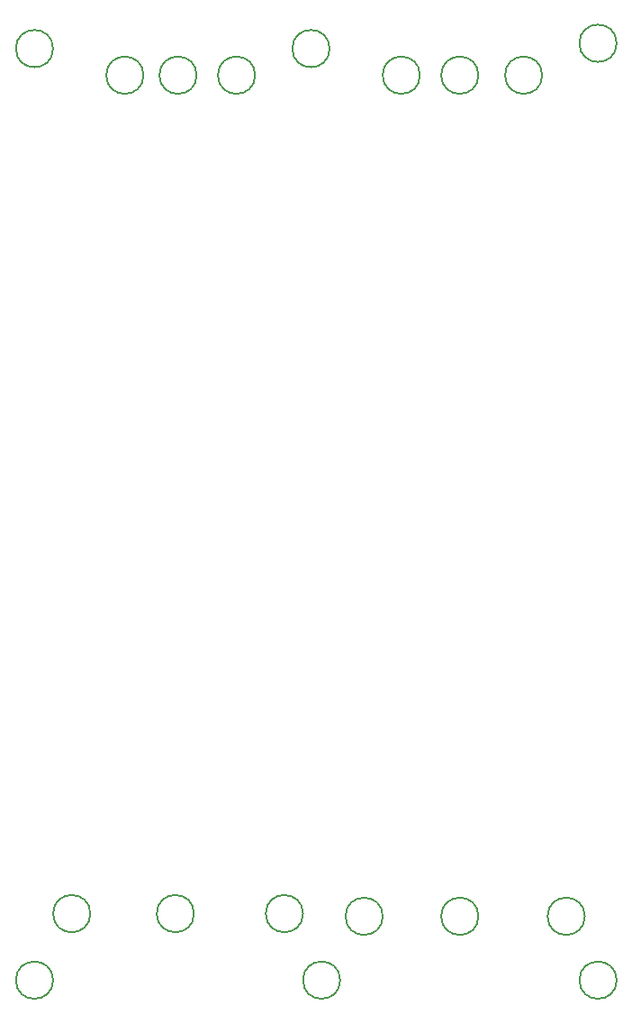
<source format=gbr>
%TF.GenerationSoftware,KiCad,Pcbnew,8.0.5-8.0.5-0~ubuntu24.04.1*%
%TF.CreationDate,2024-09-28T13:56:45+02:00*%
%TF.ProjectId,Highz-stereo,48696768-7a2d-4737-9465-72656f2e6b69,rev?*%
%TF.SameCoordinates,Original*%
%TF.FileFunction,Other,Comment*%
%FSLAX46Y46*%
G04 Gerber Fmt 4.6, Leading zero omitted, Abs format (unit mm)*
G04 Created by KiCad (PCBNEW 8.0.5-8.0.5-0~ubuntu24.04.1) date 2024-09-28 13:56:45*
%MOMM*%
%LPD*%
G01*
G04 APERTURE LIST*
%ADD10C,0.150000*%
G04 APERTURE END LIST*
D10*
%TO.C,J7*%
X44250000Y-125000000D02*
G75*
G02*
X40750000Y-125000000I-1750000J0D01*
G01*
X40750000Y-125000000D02*
G75*
G02*
X44250000Y-125000000I1750000J0D01*
G01*
%TO.C,J8*%
X70250000Y-37500000D02*
G75*
G02*
X66750000Y-37500000I-1750000J0D01*
G01*
X66750000Y-37500000D02*
G75*
G02*
X70250000Y-37500000I1750000J0D01*
G01*
%TO.C,J9*%
X44250000Y-37500000D02*
G75*
G02*
X40750000Y-37500000I-1750000J0D01*
G01*
X40750000Y-37500000D02*
G75*
G02*
X44250000Y-37500000I1750000J0D01*
G01*
%TO.C,J10*%
X71250000Y-125000000D02*
G75*
G02*
X67750000Y-125000000I-1750000J0D01*
G01*
X67750000Y-125000000D02*
G75*
G02*
X71250000Y-125000000I1750000J0D01*
G01*
%TO.C,J2*%
X67750000Y-118750000D02*
G75*
G02*
X64250000Y-118750000I-1750000J0D01*
G01*
X64250000Y-118750000D02*
G75*
G02*
X67750000Y-118750000I1750000J0D01*
G01*
%TO.C,J4*%
X57500000Y-118750000D02*
G75*
G02*
X54000000Y-118750000I-1750000J0D01*
G01*
X54000000Y-118750000D02*
G75*
G02*
X57500000Y-118750000I1750000J0D01*
G01*
%TO.C,J5*%
X47750000Y-118750000D02*
G75*
G02*
X44250000Y-118750000I-1750000J0D01*
G01*
X44250000Y-118750000D02*
G75*
G02*
X47750000Y-118750000I1750000J0D01*
G01*
%TO.C,J17*%
X75250000Y-119000000D02*
G75*
G02*
X71750000Y-119000000I-1750000J0D01*
G01*
X71750000Y-119000000D02*
G75*
G02*
X75250000Y-119000000I1750000J0D01*
G01*
%TO.C,J12*%
X97250000Y-37000000D02*
G75*
G02*
X93750000Y-37000000I-1750000J0D01*
G01*
X93750000Y-37000000D02*
G75*
G02*
X97250000Y-37000000I1750000J0D01*
G01*
%TO.C,J19*%
X84250000Y-40000000D02*
G75*
G02*
X80750000Y-40000000I-1750000J0D01*
G01*
X80750000Y-40000000D02*
G75*
G02*
X84250000Y-40000000I1750000J0D01*
G01*
%TO.C,J16*%
X84250000Y-119000000D02*
G75*
G02*
X80750000Y-119000000I-1750000J0D01*
G01*
X80750000Y-119000000D02*
G75*
G02*
X84250000Y-119000000I1750000J0D01*
G01*
%TO.C,J20*%
X90250000Y-40000000D02*
G75*
G02*
X86750000Y-40000000I-1750000J0D01*
G01*
X86750000Y-40000000D02*
G75*
G02*
X90250000Y-40000000I1750000J0D01*
G01*
%TO.C,J18*%
X78750000Y-40000000D02*
G75*
G02*
X75250000Y-40000000I-1750000J0D01*
G01*
X75250000Y-40000000D02*
G75*
G02*
X78750000Y-40000000I1750000J0D01*
G01*
%TO.C,J1A1*%
X57750000Y-40000000D02*
G75*
G02*
X54250000Y-40000000I-1750000J0D01*
G01*
X54250000Y-40000000D02*
G75*
G02*
X57750000Y-40000000I1750000J0D01*
G01*
%TO.C,J6A1*%
X63250000Y-40000000D02*
G75*
G02*
X59750000Y-40000000I-1750000J0D01*
G01*
X59750000Y-40000000D02*
G75*
G02*
X63250000Y-40000000I1750000J0D01*
G01*
%TO.C,J3A1*%
X52750000Y-40000000D02*
G75*
G02*
X49250000Y-40000000I-1750000J0D01*
G01*
X49250000Y-40000000D02*
G75*
G02*
X52750000Y-40000000I1750000J0D01*
G01*
%TO.C,J11*%
X94250000Y-119000000D02*
G75*
G02*
X90750000Y-119000000I-1750000J0D01*
G01*
X90750000Y-119000000D02*
G75*
G02*
X94250000Y-119000000I1750000J0D01*
G01*
%TO.C,J1*%
X97250000Y-125000000D02*
G75*
G02*
X93750000Y-125000000I-1750000J0D01*
G01*
X93750000Y-125000000D02*
G75*
G02*
X97250000Y-125000000I1750000J0D01*
G01*
%TD*%
M02*

</source>
